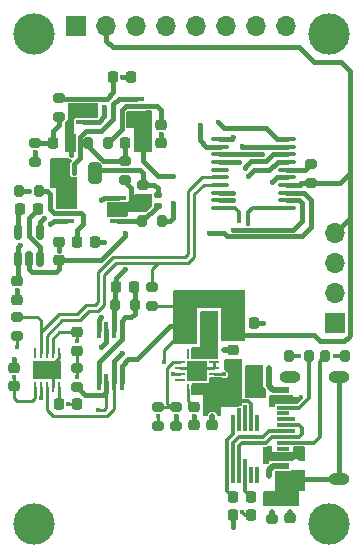
<source format=gbr>
%TF.GenerationSoftware,KiCad,Pcbnew,7.99.0-950-gc4668c1d3a*%
%TF.CreationDate,2023-05-05T13:14:56+08:00*%
%TF.ProjectId,HeartRateMonitor,48656172-7452-4617-9465-4d6f6e69746f,rev?*%
%TF.SameCoordinates,Original*%
%TF.FileFunction,Copper,L1,Top*%
%TF.FilePolarity,Positive*%
%FSLAX46Y46*%
G04 Gerber Fmt 4.6, Leading zero omitted, Abs format (unit mm)*
G04 Created by KiCad (PCBNEW 7.99.0-950-gc4668c1d3a) date 2023-05-05 13:14:56*
%MOMM*%
%LPD*%
G01*
G04 APERTURE LIST*
G04 Aperture macros list*
%AMRoundRect*
0 Rectangle with rounded corners*
0 $1 Rounding radius*
0 $2 $3 $4 $5 $6 $7 $8 $9 X,Y pos of 4 corners*
0 Add a 4 corners polygon primitive as box body*
4,1,4,$2,$3,$4,$5,$6,$7,$8,$9,$2,$3,0*
0 Add four circle primitives for the rounded corners*
1,1,$1+$1,$2,$3*
1,1,$1+$1,$4,$5*
1,1,$1+$1,$6,$7*
1,1,$1+$1,$8,$9*
0 Add four rect primitives between the rounded corners*
20,1,$1+$1,$2,$3,$4,$5,0*
20,1,$1+$1,$4,$5,$6,$7,0*
20,1,$1+$1,$6,$7,$8,$9,0*
20,1,$1+$1,$8,$9,$2,$3,0*%
G04 Aperture macros list end*
%TA.AperFunction,SMDPad,CuDef*%
%ADD10RoundRect,0.200000X-0.200000X-0.275000X0.200000X-0.275000X0.200000X0.275000X-0.200000X0.275000X0*%
%TD*%
%TA.AperFunction,SMDPad,CuDef*%
%ADD11RoundRect,0.200000X0.200000X0.275000X-0.200000X0.275000X-0.200000X-0.275000X0.200000X-0.275000X0*%
%TD*%
%TA.AperFunction,SMDPad,CuDef*%
%ADD12RoundRect,0.225000X0.225000X0.250000X-0.225000X0.250000X-0.225000X-0.250000X0.225000X-0.250000X0*%
%TD*%
%TA.AperFunction,SMDPad,CuDef*%
%ADD13RoundRect,0.225000X-0.225000X-0.250000X0.225000X-0.250000X0.225000X0.250000X-0.225000X0.250000X0*%
%TD*%
%TA.AperFunction,ComponentPad*%
%ADD14R,1.700000X1.700000*%
%TD*%
%TA.AperFunction,ComponentPad*%
%ADD15O,1.700000X1.700000*%
%TD*%
%TA.AperFunction,SMDPad,CuDef*%
%ADD16RoundRect,0.225000X-0.250000X0.225000X-0.250000X-0.225000X0.250000X-0.225000X0.250000X0.225000X0*%
%TD*%
%TA.AperFunction,SMDPad,CuDef*%
%ADD17RoundRect,0.225000X0.250000X-0.225000X0.250000X0.225000X-0.250000X0.225000X-0.250000X-0.225000X0*%
%TD*%
%TA.AperFunction,SMDPad,CuDef*%
%ADD18RoundRect,0.250000X-0.325000X-0.650000X0.325000X-0.650000X0.325000X0.650000X-0.325000X0.650000X0*%
%TD*%
%TA.AperFunction,SMDPad,CuDef*%
%ADD19RoundRect,0.200000X-0.275000X0.200000X-0.275000X-0.200000X0.275000X-0.200000X0.275000X0.200000X0*%
%TD*%
%TA.AperFunction,SMDPad,CuDef*%
%ADD20RoundRect,0.200000X0.275000X-0.200000X0.275000X0.200000X-0.275000X0.200000X-0.275000X-0.200000X0*%
%TD*%
%TA.AperFunction,SMDPad,CuDef*%
%ADD21RoundRect,0.140000X-0.170000X0.140000X-0.170000X-0.140000X0.170000X-0.140000X0.170000X0.140000X0*%
%TD*%
%TA.AperFunction,SMDPad,CuDef*%
%ADD22R,1.450000X0.450000*%
%TD*%
%TA.AperFunction,SMDPad,CuDef*%
%ADD23RoundRect,0.150000X0.150000X-0.512500X0.150000X0.512500X-0.150000X0.512500X-0.150000X-0.512500X0*%
%TD*%
%TA.AperFunction,SMDPad,CuDef*%
%ADD24RoundRect,0.250000X0.375000X0.850000X-0.375000X0.850000X-0.375000X-0.850000X0.375000X-0.850000X0*%
%TD*%
%TA.AperFunction,SMDPad,CuDef*%
%ADD25RoundRect,0.062500X-0.062500X0.350000X-0.062500X-0.350000X0.062500X-0.350000X0.062500X0.350000X0*%
%TD*%
%TA.AperFunction,SMDPad,CuDef*%
%ADD26RoundRect,0.062500X-0.350000X0.062500X-0.350000X-0.062500X0.350000X-0.062500X0.350000X0.062500X0*%
%TD*%
%TA.AperFunction,SMDPad,CuDef*%
%ADD27R,1.680000X1.680000*%
%TD*%
%TA.AperFunction,SMDPad,CuDef*%
%ADD28R,0.450000X1.450000*%
%TD*%
%TA.AperFunction,SMDPad,CuDef*%
%ADD29RoundRect,0.243750X0.243750X0.456250X-0.243750X0.456250X-0.243750X-0.456250X0.243750X-0.456250X0*%
%TD*%
%TA.AperFunction,ComponentPad*%
%ADD30C,3.500000*%
%TD*%
%TA.AperFunction,SMDPad,CuDef*%
%ADD31R,1.140460X0.500380*%
%TD*%
%TA.AperFunction,SMDPad,CuDef*%
%ADD32R,1.140460X0.299720*%
%TD*%
%TA.AperFunction,ComponentPad*%
%ADD33O,1.800860X1.000760*%
%TD*%
%TA.AperFunction,SMDPad,CuDef*%
%ADD34R,0.300000X1.400000*%
%TD*%
%TA.AperFunction,SMDPad,CuDef*%
%ADD35RoundRect,0.100000X0.637500X0.100000X-0.637500X0.100000X-0.637500X-0.100000X0.637500X-0.100000X0*%
%TD*%
%TA.AperFunction,SMDPad,CuDef*%
%ADD36RoundRect,0.062500X0.062500X-0.365000X0.062500X0.365000X-0.062500X0.365000X-0.062500X-0.365000X0*%
%TD*%
%TA.AperFunction,SMDPad,CuDef*%
%ADD37R,2.380000X1.640000*%
%TD*%
%TA.AperFunction,ViaPad*%
%ADD38C,0.400000*%
%TD*%
%TA.AperFunction,Conductor*%
%ADD39C,0.406400*%
%TD*%
%TA.AperFunction,Conductor*%
%ADD40C,0.508000*%
%TD*%
%TA.AperFunction,Conductor*%
%ADD41C,0.254000*%
%TD*%
%TA.AperFunction,Conductor*%
%ADD42C,0.304800*%
%TD*%
G04 APERTURE END LIST*
D10*
%TO.P,R17,1*%
%TO.N,Net-(C15-Pad1)*%
X107125000Y-111760000D03*
%TO.P,R17,2*%
%TO.N,Net-(U6A-+)*%
X108775000Y-111760000D03*
%TD*%
D11*
%TO.P,R2,1*%
%TO.N,Net-(J1-CC2)*%
X125793000Y-129794000D03*
%TO.P,R2,2*%
%TO.N,GND*%
X124143000Y-129794000D03*
%TD*%
D12*
%TO.P,C12,1*%
%TO.N,/AMP_PH*%
X107709000Y-120142000D03*
%TO.P,C12,2*%
%TO.N,Net-(U2A-+)*%
X106159000Y-120142000D03*
%TD*%
D13*
%TO.P,C9,1*%
%TO.N,Net-(U5-C1+)*%
X101333000Y-117348000D03*
%TO.P,C9,2*%
%TO.N,Net-(U5-C1-)*%
X102883000Y-117348000D03*
%TD*%
D14*
%TO.P,J2,1,Pin_1*%
%TO.N,GND*%
X128016000Y-126990000D03*
D15*
%TO.P,J2,2,Pin_2*%
%TO.N,Net-(J2-Pin_2)*%
X128016000Y-124450000D03*
%TO.P,J2,3,Pin_3*%
%TO.N,Net-(J2-Pin_3)*%
X128016000Y-121910000D03*
%TO.P,J2,4,Pin_4*%
%TO.N,+3V3*%
X128016000Y-119370000D03*
%TD*%
D16*
%TO.P,C14,1*%
%TO.N,Net-(U6A-+)*%
X113284000Y-110223000D03*
%TO.P,C14,2*%
%TO.N,GND*%
X113284000Y-111773000D03*
%TD*%
D17*
%TO.P,C10,1*%
%TO.N,+3V3*%
X104648000Y-121679000D03*
%TO.P,C10,2*%
%TO.N,GND*%
X104648000Y-120129000D03*
%TD*%
D13*
%TO.P,C17,1*%
%TO.N,Net-(C17-Pad1)*%
X104127000Y-111760000D03*
%TO.P,C17,2*%
%TO.N,/LOW_PH*%
X105677000Y-111760000D03*
%TD*%
D14*
%TO.P,J3,1,Pin_1*%
%TO.N,GND*%
X106110000Y-101854000D03*
D15*
%TO.P,J3,2,Pin_2*%
%TO.N,+3V3*%
X108650000Y-101854000D03*
%TO.P,J3,3,Pin_3*%
%TO.N,/SCR_SCK*%
X111190000Y-101854000D03*
%TO.P,J3,4,Pin_4*%
%TO.N,/SCR_DATA*%
X113730000Y-101854000D03*
%TO.P,J3,5,Pin_5*%
%TO.N,/SCR_DC*%
X116270000Y-101854000D03*
%TO.P,J3,6,Pin_6*%
%TO.N,/SCR_RES*%
X118810000Y-101854000D03*
%TO.P,J3,7,Pin_7*%
%TO.N,/SCR_CS*%
X121350000Y-101854000D03*
%TO.P,J3,8,Pin_8*%
%TO.N,/SCR_BLK*%
X123890000Y-101854000D03*
%TD*%
D18*
%TO.P,C21,1*%
%TO.N,Net-(U2A--)*%
X104697000Y-114300000D03*
%TO.P,C21,2*%
%TO.N,Net-(C21-Pad2)*%
X107647000Y-114300000D03*
%TD*%
D19*
%TO.P,R8,1*%
%TO.N,Net-(U4-NRST)*%
X125984000Y-113475000D03*
%TO.P,R8,2*%
%TO.N,+3V3*%
X125984000Y-115125000D03*
%TD*%
D20*
%TO.P,R19,1*%
%TO.N,Net-(C17-Pad1)*%
X104648000Y-109537000D03*
%TO.P,R19,2*%
%TO.N,Net-(U6B-+)*%
X104648000Y-107887000D03*
%TD*%
D16*
%TO.P,C1,1*%
%TO.N,Net-(J1-SHIELD)*%
X124206000Y-141973000D03*
%TO.P,C1,2*%
%TO.N,GND*%
X124206000Y-143523000D03*
%TD*%
D13*
%TO.P,C15,1*%
%TO.N,Net-(C15-Pad1)*%
X110223000Y-111760000D03*
%TO.P,C15,2*%
%TO.N,/HIGH_PH*%
X111773000Y-111760000D03*
%TD*%
%TO.P,C20,1*%
%TO.N,Net-(U9-EXT_CAP)*%
X104635000Y-133858000D03*
%TO.P,C20,2*%
%TO.N,GND*%
X106185000Y-133858000D03*
%TD*%
D21*
%TO.P,C22,1*%
%TO.N,Net-(C21-Pad2)*%
X113030000Y-116106000D03*
%TO.P,C22,2*%
%TO.N,Net-(U2B-+)*%
X113030000Y-117066000D03*
%TD*%
D20*
%TO.P,R16,1*%
%TO.N,Net-(U2B--)*%
X110236000Y-114871000D03*
%TO.P,R16,2*%
%TO.N,Net-(C15-Pad1)*%
X110236000Y-113221000D03*
%TD*%
D22*
%TO.P,U2,1*%
%TO.N,Net-(U2A--)*%
X105242000Y-116373000D03*
%TO.P,U2,2,-*%
X105242000Y-117023000D03*
%TO.P,U2,3,+*%
%TO.N,Net-(U2A-+)*%
X105242000Y-117673000D03*
%TO.P,U2,4,V-*%
%TO.N,-3V3*%
X105242000Y-118323000D03*
%TO.P,U2,5,+*%
%TO.N,Net-(U2B-+)*%
X109642000Y-118323000D03*
%TO.P,U2,6,-*%
%TO.N,Net-(U2B--)*%
X109642000Y-117673000D03*
%TO.P,U2,7*%
X109642000Y-117023000D03*
%TO.P,U2,8,V+*%
%TO.N,+3V3*%
X109642000Y-116373000D03*
%TD*%
D16*
%TO.P,C11,1*%
%TO.N,-3V3*%
X101092000Y-123444000D03*
%TO.P,C11,2*%
%TO.N,GND*%
X101092000Y-124994000D03*
%TD*%
D23*
%TO.P,U5,1,VOUT*%
%TO.N,-3V3*%
X101158000Y-121533500D03*
%TO.P,U5,2,VIN*%
%TO.N,+3V3*%
X102108000Y-121533500D03*
%TO.P,U5,3,C1-*%
%TO.N,Net-(U5-C1-)*%
X103058000Y-121533500D03*
%TO.P,U5,4,GND*%
%TO.N,GND*%
X103058000Y-119258500D03*
%TO.P,U5,5,C1+*%
%TO.N,Net-(U5-C1+)*%
X101158000Y-119258500D03*
%TD*%
D24*
%TO.P,L1,1*%
%TO.N,Net-(L1-Pad1)*%
X117407000Y-127254000D03*
%TO.P,L1,2*%
%TO.N,+3V3*%
X115257000Y-127254000D03*
%TD*%
D20*
%TO.P,R18,1*%
%TO.N,/HIGH_PH*%
X102616000Y-113347000D03*
%TO.P,R18,2*%
%TO.N,Net-(C17-Pad1)*%
X102616000Y-111697000D03*
%TD*%
D25*
%TO.P,U3,1,SW*%
%TO.N,Net-(L1-Pad1)*%
X117082000Y-129601500D03*
%TO.P,U3,2,SW*%
X116582000Y-129601500D03*
%TO.P,U3,3,SW*%
X116082000Y-129601500D03*
%TO.P,U3,4,PG*%
%TO.N,unconnected-(U3-PG-Pad4)*%
X115582000Y-129601500D03*
D26*
%TO.P,U3,5,FB*%
%TO.N,Net-(U3-FB)*%
X114869500Y-130314000D03*
%TO.P,U3,6,AGND*%
%TO.N,GND*%
X114869500Y-130814000D03*
%TO.P,U3,7,FSW*%
%TO.N,+3V3*%
X114869500Y-131314000D03*
%TO.P,U3,8,DEF*%
%TO.N,unconnected-(U3-DEF-Pad8)*%
X114869500Y-131814000D03*
D25*
%TO.P,U3,9,SS*%
%TO.N,Net-(U3-SS)*%
X115582000Y-132526500D03*
%TO.P,U3,10,AVIN*%
%TO.N,+5V*%
X116082000Y-132526500D03*
%TO.P,U3,11,PVIN*%
X116582000Y-132526500D03*
%TO.P,U3,12,PVIN*%
X117082000Y-132526500D03*
D26*
%TO.P,U3,13,EN*%
X117794500Y-131814000D03*
%TO.P,U3,14,VOS*%
%TO.N,+3V3*%
X117794500Y-131314000D03*
%TO.P,U3,15,PGND*%
%TO.N,GND*%
X117794500Y-130814000D03*
%TO.P,U3,16,PGND*%
X117794500Y-130314000D03*
D27*
%TO.P,U3,17,PGND*%
X116332000Y-131064000D03*
%TD*%
D28*
%TO.P,U11,1*%
%TO.N,/RAW_PH*%
X109941000Y-127594000D03*
%TO.P,U11,2,-*%
%TO.N,Net-(D1-K)*%
X109291000Y-127594000D03*
%TO.P,U11,3,+*%
%TO.N,GND*%
X108641000Y-127594000D03*
%TO.P,U11,4,V-*%
%TO.N,-3V3*%
X107991000Y-127594000D03*
%TO.P,U11,5,+*%
%TO.N,/RAW_PH*%
X107991000Y-131994000D03*
%TO.P,U11,6,-*%
%TO.N,/DIGIPOT_A*%
X108641000Y-131994000D03*
%TO.P,U11,7*%
%TO.N,/AMP_PH*%
X109291000Y-131994000D03*
%TO.P,U11,8,V+*%
%TO.N,+3V3*%
X109941000Y-131994000D03*
%TD*%
D10*
%TO.P,R25,1*%
%TO.N,Net-(U2B-+)*%
X111697000Y-118364000D03*
%TO.P,R25,2*%
%TO.N,GND*%
X113347000Y-118364000D03*
%TD*%
D13*
%TO.P,C7,1*%
%TO.N,+3V3*%
X119621000Y-127000000D03*
%TO.P,C7,2*%
%TO.N,GND*%
X121171000Y-127000000D03*
%TD*%
D19*
%TO.P,R4,1*%
%TO.N,Net-(U3-FB)*%
X113030000Y-134049000D03*
%TO.P,R4,2*%
%TO.N,+3V3*%
X113030000Y-135699000D03*
%TD*%
D17*
%TO.P,C5,1*%
%TO.N,+5V*%
X119380000Y-130823000D03*
%TO.P,C5,2*%
%TO.N,GND*%
X119380000Y-129273000D03*
%TD*%
%TO.P,C18,1*%
%TO.N,GND*%
X106172000Y-129312000D03*
%TO.P,C18,2*%
%TO.N,+3V3*%
X106172000Y-127762000D03*
%TD*%
D10*
%TO.P,R13,1*%
%TO.N,Net-(D1-K)*%
X109411000Y-125476000D03*
%TO.P,R13,2*%
%TO.N,/RAW_PH*%
X111061000Y-125476000D03*
%TD*%
D29*
%TO.P,F1,1*%
%TO.N,Net-(F1-Pad1)*%
X121333500Y-132588000D03*
%TO.P,F1,2*%
%TO.N,+5V*%
X119458500Y-132588000D03*
%TD*%
D13*
%TO.P,C16,1*%
%TO.N,Net-(U6B-+)*%
X109207000Y-106172000D03*
%TO.P,C16,2*%
%TO.N,GND*%
X110757000Y-106172000D03*
%TD*%
D30*
%TO.P,REF\u002A\u002A,1*%
%TO.N,N/C*%
X127500000Y-102500000D03*
%TD*%
D31*
%TO.P,J1,A1,GND*%
%TO.N,GND*%
X123601480Y-139090400D03*
%TO.P,J1,A4,VBUS*%
%TO.N,Net-(F1-Pad1)*%
X123601480Y-138290300D03*
D32*
%TO.P,J1,A5,CC1*%
%TO.N,Net-(J1-CC1)*%
X123601480Y-137139680D03*
%TO.P,J1,A6,D+*%
%TO.N,Net-(U1-UD+)*%
X123601480Y-136138920D03*
%TO.P,J1,A7,D-*%
%TO.N,Net-(U1-UD-)*%
X123601480Y-135641080D03*
%TO.P,J1,A8,SBU1*%
%TO.N,unconnected-(J1-SBU1-PadA8)*%
X123598940Y-134640320D03*
D31*
%TO.P,J1,A9,VBUS*%
%TO.N,Net-(F1-Pad1)*%
X123601480Y-133489700D03*
%TO.P,J1,A12,GND*%
%TO.N,GND*%
X123601480Y-132689600D03*
D32*
%TO.P,J1,B5,CC2*%
%TO.N,Net-(J1-CC2)*%
X123601480Y-134139940D03*
%TO.P,J1,B6,D+*%
%TO.N,Net-(U1-UD+)*%
X123601480Y-135140700D03*
%TO.P,J1,B7,D-*%
%TO.N,Net-(U1-UD-)*%
X123601480Y-136639300D03*
%TO.P,J1,B8,SBU2*%
%TO.N,unconnected-(J1-SBU2-PadB8)*%
X123598940Y-137640060D03*
D33*
%TO.P,J1,S1,SHIELD*%
%TO.N,Net-(J1-SHIELD)*%
X124167900Y-140210540D03*
X128369060Y-140210540D03*
X124167900Y-131569460D03*
X128369060Y-131569460D03*
%TD*%
D30*
%TO.P,REF\u002A\u002A,1*%
%TO.N,N/C*%
X102500000Y-144000000D03*
%TD*%
D13*
%TO.P,C8,1*%
%TO.N,Net-(D1-K)*%
X109461000Y-123952000D03*
%TO.P,C8,2*%
%TO.N,/RAW_PH*%
X111011000Y-123952000D03*
%TD*%
D19*
%TO.P,R22,1*%
%TO.N,GND*%
X106172000Y-130747000D03*
%TO.P,R22,2*%
%TO.N,/DIGIPOT_A*%
X106172000Y-132397000D03*
%TD*%
D34*
%TO.P,U1,1,UD+*%
%TO.N,Net-(U1-UD+)*%
X119396000Y-139868000D03*
%TO.P,U1,2,UD-*%
%TO.N,Net-(U1-UD-)*%
X119896000Y-139868000D03*
%TO.P,U1,3,GND*%
%TO.N,GND*%
X120396000Y-139868000D03*
%TO.P,U1,4,~{RTS}*%
%TO.N,unconnected-(U1-~{RTS}-Pad4)*%
X120896000Y-139868000D03*
%TO.P,U1,5,~{CTS}*%
%TO.N,unconnected-(U1-~{CTS}-Pad5)*%
X121396000Y-139868000D03*
%TO.P,U1,6,TNOW*%
%TO.N,unconnected-(U1-TNOW-Pad6)*%
X121396000Y-135468000D03*
%TO.P,U1,7,VCC*%
%TO.N,+5V*%
X120896000Y-135468000D03*
%TO.P,U1,8,TXD*%
%TO.N,/MCU_RX*%
X120396000Y-135468000D03*
%TO.P,U1,9,RXD*%
%TO.N,/MCU_TX*%
X119896000Y-135468000D03*
%TO.P,U1,10,V3*%
%TO.N,Net-(U1-V3)*%
X119396000Y-135468000D03*
%TD*%
D19*
%TO.P,R20,1*%
%TO.N,/DIGIPOT_SCL*%
X101092000Y-126429000D03*
%TO.P,R20,2*%
%TO.N,+3V3*%
X101092000Y-128079000D03*
%TD*%
D35*
%TO.P,U4,1,PB7/PB8*%
%TO.N,/MCU_RX*%
X123952000Y-117236000D03*
%TO.P,U4,2,PC14/PB9*%
%TO.N,Net-(D2-K)*%
X123952000Y-116586000D03*
%TO.P,U4,3,PC15*%
%TO.N,Net-(D3-K)*%
X123952000Y-115936000D03*
%TO.P,U4,4,VDD*%
%TO.N,+3V3*%
X123952000Y-115286000D03*
%TO.P,U4,5,VSS*%
%TO.N,GND*%
X123952000Y-114636000D03*
%TO.P,U4,6,NRST*%
%TO.N,Net-(U4-NRST)*%
X123952000Y-113986000D03*
%TO.P,U4,7,PA0*%
%TO.N,/HIGH_PH*%
X123952000Y-113336000D03*
%TO.P,U4,8,PA1*%
%TO.N,/LOW_PH*%
X123952000Y-112686000D03*
%TO.P,U4,9,PA2*%
%TO.N,/SCR_DATA*%
X123952000Y-112036000D03*
%TO.P,U4,10,PA3*%
%TO.N,/SCR_DC*%
X123952000Y-111386000D03*
%TO.P,U4,11,PA4*%
%TO.N,/SCR_RES*%
X118227000Y-111386000D03*
%TO.P,U4,12,PA5*%
%TO.N,/SCR_SCK*%
X118227000Y-112036000D03*
%TO.P,U4,13,PA6*%
%TO.N,/SCR_BLK*%
X118227000Y-112686000D03*
%TO.P,U4,14,PA7*%
%TO.N,/SCR_CS*%
X118227000Y-113336000D03*
%TO.P,U4,15,PB0/PB1/PB2/PA8*%
%TO.N,unconnected-(U4-PB0{slash}PB1{slash}PB2{slash}PA8-Pad15)*%
X118227000Y-113986000D03*
%TO.P,U4,16,PA11/PA9*%
%TO.N,/DIGIPOT_SCL*%
X118227000Y-114636000D03*
%TO.P,U4,17,PA12/PA10*%
%TO.N,/DIGIPOT_SDA*%
X118227000Y-115286000D03*
%TO.P,U4,18,PA13*%
%TO.N,Net-(J2-Pin_3)*%
X118227000Y-115936000D03*
%TO.P,U4,19,PA14/PA15*%
%TO.N,Net-(J2-Pin_2)*%
X118227000Y-116586000D03*
%TO.P,U4,20,PB3/PB4/PB5/PB6*%
%TO.N,/MCU_TX*%
X118227000Y-117236000D03*
%TD*%
D30*
%TO.P,REF\u002A\u002A,1*%
%TO.N,N/C*%
X102500000Y-102500000D03*
%TD*%
D10*
%TO.P,R1,1*%
%TO.N,Net-(J1-CC1)*%
X127191000Y-129794000D03*
%TO.P,R1,2*%
%TO.N,GND*%
X128841000Y-129794000D03*
%TD*%
D16*
%TO.P,C4,1*%
%TO.N,+5V*%
X117602000Y-134099000D03*
%TO.P,C4,2*%
%TO.N,GND*%
X117602000Y-135649000D03*
%TD*%
D20*
%TO.P,R3,1*%
%TO.N,GND*%
X122682000Y-143573000D03*
%TO.P,R3,2*%
%TO.N,Net-(J1-SHIELD)*%
X122682000Y-141923000D03*
%TD*%
D11*
%TO.P,R14,1*%
%TO.N,Net-(U2A-+)*%
X102933000Y-115824000D03*
%TO.P,R14,2*%
%TO.N,GND*%
X101283000Y-115824000D03*
%TD*%
D13*
%TO.P,C3,1*%
%TO.N,Net-(U1-V3)*%
X119367000Y-141732000D03*
%TO.P,C3,2*%
%TO.N,GND*%
X120917000Y-141732000D03*
%TD*%
D12*
%TO.P,C2,1*%
%TO.N,+5V*%
X120917000Y-143256000D03*
%TO.P,C2,2*%
%TO.N,GND*%
X119367000Y-143256000D03*
%TD*%
D36*
%TO.P,U9,1,VDD*%
%TO.N,+3V3*%
X102604000Y-132413500D03*
%TO.P,U9,2,A*%
%TO.N,/DIGIPOT_A*%
X103104000Y-132413500D03*
%TO.P,U9,3,W*%
%TO.N,/AMP_PH*%
X103604000Y-132413500D03*
%TO.P,U9,4,VSS*%
%TO.N,GND*%
X104104000Y-132413500D03*
%TO.P,U9,5,EXT_CAP*%
%TO.N,Net-(U9-EXT_CAP)*%
X104604000Y-132413500D03*
%TO.P,U9,6,GND*%
%TO.N,GND*%
X104604000Y-129518500D03*
%TO.P,U9,7,~{RESET}*%
%TO.N,+3V3*%
X104104000Y-129518500D03*
%TO.P,U9,8,SDA*%
%TO.N,/DIGIPOT_SDA*%
X103604000Y-129518500D03*
%TO.P,U9,9,SCL*%
%TO.N,/DIGIPOT_SCL*%
X103104000Y-129518500D03*
%TO.P,U9,10,ADDR*%
%TO.N,unconnected-(U9-ADDR-Pad10)*%
X102604000Y-129518500D03*
D37*
%TO.P,U9,11,VSS*%
%TO.N,GND*%
X103604000Y-130966000D03*
%TD*%
D19*
%TO.P,R21,1*%
%TO.N,/DIGIPOT_SDA*%
X112522000Y-123889000D03*
%TO.P,R21,2*%
%TO.N,+3V3*%
X112522000Y-125539000D03*
%TD*%
D20*
%TO.P,R5,1*%
%TO.N,GND*%
X114554000Y-135699000D03*
%TO.P,R5,2*%
%TO.N,Net-(U3-FB)*%
X114554000Y-134049000D03*
%TD*%
D30*
%TO.P,REF\u002A\u002A,1*%
%TO.N,N/C*%
X127500000Y-144000000D03*
%TD*%
D19*
%TO.P,R26,1*%
%TO.N,Net-(C21-Pad2)*%
X111760000Y-115253000D03*
%TO.P,R26,2*%
%TO.N,Net-(U2B--)*%
X111760000Y-116903000D03*
%TD*%
D16*
%TO.P,C19,1*%
%TO.N,GND*%
X100838000Y-130797000D03*
%TO.P,C19,2*%
%TO.N,+3V3*%
X100838000Y-132347000D03*
%TD*%
D22*
%TO.P,U6,1*%
%TO.N,/HIGH_PH*%
X111166000Y-109941000D03*
%TO.P,U6,2,-*%
X111166000Y-109291000D03*
%TO.P,U6,3,+*%
%TO.N,Net-(U6A-+)*%
X111166000Y-108641000D03*
%TO.P,U6,4,V-*%
%TO.N,-3V3*%
X111166000Y-107991000D03*
%TO.P,U6,5,+*%
%TO.N,Net-(U6B-+)*%
X106766000Y-107991000D03*
%TO.P,U6,6,-*%
%TO.N,/LOW_PH*%
X106766000Y-108641000D03*
%TO.P,U6,7*%
X106766000Y-109291000D03*
%TO.P,U6,8,V+*%
%TO.N,+3V3*%
X106766000Y-109941000D03*
%TD*%
D16*
%TO.P,C6,1*%
%TO.N,Net-(U3-SS)*%
X116078000Y-134099000D03*
%TO.P,C6,2*%
%TO.N,GND*%
X116078000Y-135649000D03*
%TD*%
D38*
%TO.N,GND*%
X105410000Y-133858000D03*
X114554000Y-134874000D03*
X113284000Y-110998000D03*
X103632000Y-131064000D03*
X108204000Y-129032000D03*
X124206000Y-143002000D03*
X122428000Y-139446000D03*
X101092000Y-124206000D03*
X122428000Y-139954000D03*
X103378000Y-118110000D03*
X120396000Y-138684000D03*
X122682000Y-143002000D03*
X104648000Y-120904000D03*
X102108000Y-115824000D03*
X109982000Y-106172000D03*
X106172000Y-131572000D03*
X122682000Y-115062000D03*
X116078000Y-134874000D03*
X128016000Y-129794000D03*
X124968000Y-129794000D03*
X122428000Y-130810000D03*
X100838000Y-130048000D03*
X122428000Y-131318000D03*
X117602000Y-134874000D03*
X121920000Y-127000000D03*
X119380000Y-144272000D03*
X114300000Y-116840000D03*
X118618000Y-129286000D03*
X116332000Y-131064000D03*
%TO.N,+3V3*%
X106172000Y-128524000D03*
X113538000Y-130302000D03*
X113030000Y-134874000D03*
X110236000Y-119380000D03*
X101092000Y-129032000D03*
X100838000Y-131572000D03*
X108458000Y-108712000D03*
X114808000Y-128016000D03*
X114808000Y-124714000D03*
X108204000Y-116586000D03*
X114245500Y-131318000D03*
X109220000Y-103632000D03*
X118618000Y-131318000D03*
%TO.N,/SCR_SCK*%
X116586000Y-110236000D03*
%TO.N,/SCR_DATA*%
X120142000Y-112014000D03*
%TO.N,/SCR_BLK*%
X121830000Y-112686000D03*
%TO.N,Net-(D1-K)*%
X110236000Y-122428000D03*
%TO.N,Net-(F1-Pad1)*%
X121666000Y-131318000D03*
X120650000Y-131318000D03*
X124460000Y-133604000D03*
X124968000Y-138176000D03*
X124460000Y-138176000D03*
X122174000Y-138684000D03*
X121158000Y-130810000D03*
X122682000Y-133858000D03*
X120650000Y-130810000D03*
X122682000Y-138176000D03*
X121666000Y-130810000D03*
X121158000Y-131318000D03*
X122174000Y-138176000D03*
X122682000Y-133350000D03*
X124968000Y-137668000D03*
X122174000Y-137668000D03*
%TO.N,Net-(U1-UD+)*%
X124460000Y-136144000D03*
X124460000Y-135128000D03*
%TO.N,Net-(J2-Pin_3)*%
X119380000Y-115936000D03*
%TO.N,Net-(J2-Pin_2)*%
X119380000Y-116586000D03*
%TO.N,Net-(D3-K)*%
X117348000Y-119380000D03*
%TO.N,Net-(D2-K)*%
X119380000Y-119126000D03*
%TO.N,/SCR_RES*%
X119380000Y-111252000D03*
%TO.N,/SCR_DC*%
X118110000Y-109982000D03*
%TO.N,/SCR_CS*%
X119888000Y-113336000D03*
%TO.N,/MCU_TX*%
X119888000Y-134366000D03*
X119888000Y-118364000D03*
%TO.N,/MCU_RX*%
X120650000Y-118618000D03*
X120396000Y-134112000D03*
%TO.N,/LOW_PH*%
X105677000Y-112776000D03*
X120396000Y-113865700D03*
%TO.N,/HIGH_PH*%
X102616000Y-112522000D03*
X120650000Y-114554000D03*
X114300000Y-114554000D03*
X112014000Y-110744000D03*
%TO.N,/DIGIPOT_A*%
X107950000Y-134366000D03*
X103124000Y-133350000D03*
%TO.N,/AMP_PH*%
X109982000Y-129540000D03*
X108458000Y-120142000D03*
%TO.N,-3V3*%
X101346000Y-120396000D03*
X108204000Y-126492000D03*
X103886000Y-118618000D03*
X105918000Y-114300000D03*
%TO.N,+5V*%
X120896000Y-134366000D03*
X120142000Y-143002000D03*
%TD*%
D39*
%TO.N,GND*%
X101283000Y-115824000D02*
X102108000Y-115824000D01*
X101092000Y-124994000D02*
X101092000Y-124206000D01*
X119367000Y-144259000D02*
X119380000Y-144272000D01*
D40*
X117602000Y-135649000D02*
X117602000Y-134874000D01*
X122783600Y-132689600D02*
X122428000Y-132334000D01*
X122428000Y-139446000D02*
X122428000Y-139954000D01*
D41*
X114869500Y-130814000D02*
X116082000Y-130814000D01*
D40*
X122428000Y-131318000D02*
X122428000Y-130810000D01*
D41*
X106172000Y-129312000D02*
X106172000Y-130747000D01*
D39*
X122682000Y-115062000D02*
X123108000Y-114636000D01*
D41*
X116582000Y-130814000D02*
X116332000Y-131064000D01*
D39*
X119367000Y-143256000D02*
X119367000Y-144259000D01*
X114046000Y-118364000D02*
X114300000Y-118110000D01*
D41*
X104604000Y-129518500D02*
X104604000Y-129966000D01*
X106185000Y-133858000D02*
X105410000Y-133858000D01*
D40*
X119380000Y-129273000D02*
X118631000Y-129273000D01*
D39*
X114300000Y-118110000D02*
X114300000Y-116840000D01*
D41*
X104104000Y-132413500D02*
X104104000Y-131466000D01*
D42*
X120396000Y-139868000D02*
X120396000Y-141211000D01*
D39*
X123108000Y-114636000D02*
X123952000Y-114636000D01*
D41*
X103632000Y-130994000D02*
X103604000Y-130966000D01*
D40*
X123601480Y-132689600D02*
X122783600Y-132689600D01*
D41*
X103702000Y-131064000D02*
X103632000Y-131064000D01*
D39*
X103058000Y-118430000D02*
X103378000Y-118110000D01*
D42*
X120396000Y-139868000D02*
X120396000Y-138684000D01*
D40*
X124206000Y-143523000D02*
X124206000Y-143002000D01*
D42*
X128841000Y-129794000D02*
X128016000Y-129794000D01*
D41*
X117794500Y-130314000D02*
X117794500Y-130814000D01*
D40*
X122682000Y-143573000D02*
X122682000Y-143002000D01*
D39*
X114554000Y-135699000D02*
X114554000Y-134874000D01*
X121171000Y-127000000D02*
X121920000Y-127000000D01*
D41*
X116082000Y-130814000D02*
X116332000Y-131064000D01*
D40*
X122428000Y-132334000D02*
X122428000Y-131318000D01*
D42*
X124143000Y-129794000D02*
X124968000Y-129794000D01*
D41*
X104104000Y-131466000D02*
X103702000Y-131064000D01*
D39*
X113347000Y-118364000D02*
X114046000Y-118364000D01*
X100838000Y-130797000D02*
X100838000Y-130048000D01*
X116078000Y-135649000D02*
X116078000Y-134874000D01*
D42*
X120396000Y-141211000D02*
X120917000Y-141732000D01*
D41*
X103632000Y-131064000D02*
X103632000Y-130994000D01*
X117794500Y-130814000D02*
X116582000Y-130814000D01*
X104604000Y-129966000D02*
X103604000Y-130966000D01*
D40*
X123601480Y-139090400D02*
X122783600Y-139090400D01*
D41*
X106172000Y-130747000D02*
X106172000Y-131572000D01*
D39*
X108641000Y-128595000D02*
X108641000Y-127594000D01*
X113284000Y-111773000D02*
X113284000Y-110998000D01*
X104648000Y-120129000D02*
X104648000Y-120904000D01*
D40*
X122783600Y-139090400D02*
X122428000Y-139446000D01*
X118631000Y-129273000D02*
X118618000Y-129286000D01*
D39*
X110757000Y-106172000D02*
X109982000Y-106172000D01*
X108204000Y-129032000D02*
X108641000Y-128595000D01*
X103058000Y-119258500D02*
X103058000Y-118430000D01*
%TO.N,+3V3*%
X129286000Y-115062000D02*
X129286000Y-114300000D01*
D41*
X113538000Y-129286000D02*
X114300000Y-128524000D01*
D39*
X114046000Y-127254000D02*
X111252000Y-130048000D01*
X110236000Y-119634000D02*
X108191000Y-121679000D01*
X125984000Y-115125000D02*
X125159000Y-115125000D01*
X126746000Y-128524000D02*
X128778000Y-128524000D01*
X108458000Y-109474000D02*
X108458000Y-108712000D01*
D41*
X102604000Y-132413500D02*
X102604000Y-133362000D01*
D39*
X110490000Y-130048000D02*
X109941000Y-130597000D01*
D41*
X104104000Y-129518500D02*
X104104000Y-128306000D01*
X112522000Y-125539000D02*
X114491000Y-125539000D01*
D39*
X111252000Y-130048000D02*
X110490000Y-130048000D01*
X128461000Y-115125000D02*
X129286000Y-114300000D01*
D41*
X118614000Y-131314000D02*
X118618000Y-131318000D01*
D39*
X129276000Y-118110000D02*
X128016000Y-119370000D01*
X125984000Y-115125000D02*
X128461000Y-115125000D01*
X109220000Y-103632000D02*
X124968000Y-103632000D01*
X108191000Y-121679000D02*
X104648000Y-121679000D01*
X128778000Y-128524000D02*
X129159000Y-128143000D01*
X126238000Y-128016000D02*
X126746000Y-128524000D01*
D41*
X102362000Y-133604000D02*
X101092000Y-133604000D01*
X106172000Y-127762000D02*
X106172000Y-128524000D01*
D39*
X104648000Y-121679000D02*
X104648000Y-122428000D01*
D41*
X113030000Y-135699000D02*
X113030000Y-134874000D01*
D39*
X121412000Y-128016000D02*
X126238000Y-128016000D01*
D41*
X114491000Y-125539000D02*
X114554000Y-125476000D01*
D39*
X123952000Y-115286000D02*
X124998000Y-115286000D01*
X129286000Y-118110000D02*
X129276000Y-118110000D01*
X107991000Y-109941000D02*
X108458000Y-109474000D01*
D41*
X114869500Y-131314000D02*
X114249500Y-131314000D01*
D39*
X126238000Y-104902000D02*
X128524000Y-104902000D01*
X102362000Y-122682000D02*
X102108000Y-122428000D01*
D41*
X100838000Y-133350000D02*
X100838000Y-132347000D01*
D39*
X128524000Y-104902000D02*
X129286000Y-105664000D01*
X110236000Y-119380000D02*
X110236000Y-119634000D01*
D41*
X114300000Y-128524000D02*
X114554000Y-128524000D01*
D39*
X109941000Y-130597000D02*
X109941000Y-131994000D01*
X108417000Y-116373000D02*
X108204000Y-116586000D01*
X125159000Y-115125000D02*
X124998000Y-115286000D01*
D41*
X101092000Y-128079000D02*
X101092000Y-129032000D01*
D39*
X124968000Y-103632000D02*
X126238000Y-104902000D01*
D41*
X104104000Y-128306000D02*
X104648000Y-127762000D01*
D39*
X106766000Y-109941000D02*
X107991000Y-109941000D01*
D41*
X100838000Y-132347000D02*
X100838000Y-131572000D01*
X106172000Y-127762000D02*
X104648000Y-127762000D01*
D39*
X109220000Y-103632000D02*
X108650000Y-103062000D01*
X129286000Y-126492000D02*
X129286000Y-118110000D01*
X129286000Y-128016000D02*
X129286000Y-126492000D01*
D41*
X102604000Y-133362000D02*
X102362000Y-133604000D01*
D39*
X102108000Y-122428000D02*
X102108000Y-121533500D01*
D41*
X113538000Y-130302000D02*
X113538000Y-129286000D01*
D39*
X115257000Y-127254000D02*
X114046000Y-127254000D01*
X108650000Y-103062000D02*
X108650000Y-101854000D01*
X104394000Y-122682000D02*
X102362000Y-122682000D01*
X129286000Y-105664000D02*
X129286000Y-114300000D01*
X109642000Y-116373000D02*
X108417000Y-116373000D01*
X129159000Y-128143000D02*
X129286000Y-128016000D01*
D41*
X117794500Y-131314000D02*
X118614000Y-131314000D01*
D39*
X129286000Y-118110000D02*
X129286000Y-115062000D01*
D41*
X114249500Y-131314000D02*
X114245500Y-131318000D01*
D39*
X119634000Y-128016000D02*
X121412000Y-128016000D01*
D41*
X101092000Y-133604000D02*
X100838000Y-133350000D01*
D39*
X104648000Y-122428000D02*
X104394000Y-122682000D01*
%TO.N,/SCR_SCK*%
X116586000Y-110236000D02*
X116586000Y-111506000D01*
X116586000Y-111506000D02*
X117116000Y-112036000D01*
X117116000Y-112036000D02*
X118227000Y-112036000D01*
%TO.N,/SCR_DATA*%
X123952000Y-112036000D02*
X120164000Y-112036000D01*
X120164000Y-112036000D02*
X120142000Y-112014000D01*
%TO.N,Net-(C21-Pad2)*%
X111506000Y-114046000D02*
X107901000Y-114046000D01*
X107901000Y-114046000D02*
X107647000Y-114300000D01*
X112713000Y-115253000D02*
X111760000Y-115253000D01*
X111760000Y-115253000D02*
X111760000Y-114300000D01*
X113030000Y-115570000D02*
X112713000Y-115253000D01*
X111760000Y-114300000D02*
X111506000Y-114046000D01*
X113030000Y-116106000D02*
X113030000Y-115570000D01*
%TO.N,Net-(U2B-+)*%
X111656000Y-118323000D02*
X111697000Y-118364000D01*
X109642000Y-118323000D02*
X111656000Y-118323000D01*
X112995000Y-117066000D02*
X111697000Y-118364000D01*
X113030000Y-117066000D02*
X112995000Y-117066000D01*
%TO.N,/SCR_BLK*%
X121830000Y-112686000D02*
X118227000Y-112686000D01*
%TO.N,Net-(J1-SHIELD)*%
X128369060Y-140210540D02*
X128369060Y-131569460D01*
X124167900Y-140210540D02*
X128369060Y-140210540D01*
%TO.N,Net-(D1-K)*%
X109411000Y-125476000D02*
X109411000Y-124002000D01*
X110236000Y-122428000D02*
X109461000Y-123203000D01*
X109411000Y-124002000D02*
X109461000Y-123952000D01*
X109461000Y-123203000D02*
X109461000Y-123952000D01*
X109291000Y-125596000D02*
X109411000Y-125476000D01*
X109291000Y-127594000D02*
X109291000Y-125596000D01*
D41*
%TO.N,Net-(U9-EXT_CAP)*%
X104604000Y-132413500D02*
X104604000Y-133827000D01*
X104604000Y-133827000D02*
X104635000Y-133858000D01*
D39*
%TO.N,Net-(U5-C1-)*%
X103058000Y-120584000D02*
X102108000Y-119634000D01*
X102108000Y-118123000D02*
X102883000Y-117348000D01*
X102108000Y-119634000D02*
X102108000Y-118123000D01*
X103058000Y-121533500D02*
X103058000Y-120584000D01*
%TO.N,Net-(U5-C1+)*%
X101158000Y-117523000D02*
X101333000Y-117348000D01*
X101158000Y-119258500D02*
X101158000Y-117523000D01*
%TO.N,Net-(U4-NRST)*%
X123952000Y-113986000D02*
X125473000Y-113986000D01*
X125473000Y-113986000D02*
X125984000Y-113475000D01*
D41*
%TO.N,Net-(U3-SS)*%
X115582000Y-132526500D02*
X115582000Y-133603000D01*
X115582000Y-133603000D02*
X116078000Y-134099000D01*
%TO.N,Net-(U3-FB)*%
X114046000Y-134049000D02*
X113792000Y-133795000D01*
X113792000Y-133795000D02*
X113792000Y-130810000D01*
X114288000Y-130314000D02*
X114869500Y-130314000D01*
X114554000Y-134049000D02*
X113030000Y-134049000D01*
X113792000Y-130810000D02*
X114288000Y-130314000D01*
X114554000Y-134049000D02*
X114046000Y-134049000D01*
D42*
%TO.N,Net-(J1-CC1)*%
X126746000Y-136652000D02*
X126746000Y-130239000D01*
X126746000Y-130239000D02*
X127191000Y-129794000D01*
X126258320Y-137139680D02*
X126746000Y-136652000D01*
X123601480Y-137139680D02*
X126258320Y-137139680D01*
%TO.N,Net-(U1-UD+)*%
X123601480Y-136138920D02*
X124454920Y-136138920D01*
X123601480Y-135140700D02*
X124447300Y-135140700D01*
X122433080Y-136138920D02*
X123601480Y-136138920D01*
X124454920Y-136138920D02*
X124460000Y-136144000D01*
X119888000Y-136652000D02*
X121920000Y-136652000D01*
X121920000Y-136652000D02*
X122433080Y-136138920D01*
X124447300Y-135140700D02*
X124460000Y-135128000D01*
X119396000Y-137144000D02*
X119888000Y-136652000D01*
X119396000Y-139868000D02*
X119396000Y-137144000D01*
%TO.N,Net-(U1-UD-)*%
X125222000Y-136398000D02*
X124980700Y-136639300D01*
X123601480Y-135641080D02*
X124973080Y-135641080D01*
X124973080Y-135641080D02*
X125222000Y-135890000D01*
X119896000Y-137406000D02*
X120142000Y-137160000D01*
X124980700Y-136639300D02*
X123601480Y-136639300D01*
X119896000Y-139868000D02*
X119896000Y-137406000D01*
X120142000Y-137160000D02*
X122174000Y-137160000D01*
X122694700Y-136639300D02*
X123601480Y-136639300D01*
X125222000Y-135890000D02*
X125222000Y-136398000D01*
X122174000Y-137160000D02*
X122694700Y-136639300D01*
%TO.N,Net-(J1-CC2)*%
X125793000Y-129794000D02*
X125793000Y-133287000D01*
X125793000Y-133287000D02*
X124940060Y-134139940D01*
X124940060Y-134139940D02*
X123601480Y-134139940D01*
%TO.N,Net-(U1-V3)*%
X118872000Y-141237000D02*
X119367000Y-141732000D01*
X119396000Y-135468000D02*
X119396000Y-136382000D01*
X118872000Y-136906000D02*
X118872000Y-141237000D01*
X119396000Y-136382000D02*
X118872000Y-136906000D01*
D39*
%TO.N,Net-(J2-Pin_3)*%
X119380000Y-115936000D02*
X118227000Y-115936000D01*
%TO.N,Net-(J2-Pin_2)*%
X118227000Y-116586000D02*
X119380000Y-116586000D01*
%TO.N,Net-(D3-K)*%
X117348000Y-119380000D02*
X118618000Y-119380000D01*
X118618000Y-119380000D02*
X118872000Y-119634000D01*
X125984000Y-118872000D02*
X125984000Y-116586000D01*
X125222000Y-119634000D02*
X125984000Y-118872000D01*
X125334000Y-115936000D02*
X123952000Y-115936000D01*
X118872000Y-119634000D02*
X125222000Y-119634000D01*
X125984000Y-116586000D02*
X125334000Y-115936000D01*
%TO.N,Net-(D2-K)*%
X119380000Y-119126000D02*
X124460000Y-119126000D01*
X124968000Y-116586000D02*
X123952000Y-116586000D01*
X125222000Y-118364000D02*
X125222000Y-116840000D01*
X125222000Y-116840000D02*
X124968000Y-116586000D01*
X124460000Y-119126000D02*
X125222000Y-118364000D01*
%TO.N,Net-(C17-Pad1)*%
X104127000Y-110757000D02*
X104127000Y-111760000D01*
X104648000Y-109537000D02*
X104648000Y-110236000D01*
X102679000Y-111760000D02*
X102616000Y-111697000D01*
X104127000Y-111760000D02*
X102679000Y-111760000D01*
X104648000Y-110236000D02*
X104127000Y-110757000D01*
%TO.N,Net-(C15-Pad1)*%
X108395000Y-113221000D02*
X107125000Y-111951000D01*
X110236000Y-113221000D02*
X108395000Y-113221000D01*
X107125000Y-111951000D02*
X107125000Y-111760000D01*
X110223000Y-111760000D02*
X110223000Y-113208000D01*
X110223000Y-113208000D02*
X110236000Y-113221000D01*
%TO.N,/SCR_RES*%
X119246000Y-111386000D02*
X119380000Y-111252000D01*
X118227000Y-111386000D02*
X119246000Y-111386000D01*
%TO.N,/SCR_DC*%
X118618000Y-110490000D02*
X122174000Y-110490000D01*
X122174000Y-110490000D02*
X123070000Y-111386000D01*
X123070000Y-111386000D02*
X123952000Y-111386000D01*
X118110000Y-109982000D02*
X118618000Y-110490000D01*
%TO.N,/SCR_CS*%
X119888000Y-113336000D02*
X118227000Y-113336000D01*
%TO.N,/RAW_PH*%
X111061000Y-125476000D02*
X111061000Y-124002000D01*
X107991000Y-130261000D02*
X107991000Y-131994000D01*
X109941000Y-127594000D02*
X109941000Y-128311000D01*
X110236000Y-126492000D02*
X110744000Y-126492000D01*
X109941000Y-128311000D02*
X107991000Y-130261000D01*
X109941000Y-126787000D02*
X110236000Y-126492000D01*
X110744000Y-126492000D02*
X111061000Y-126175000D01*
X111061000Y-126175000D02*
X111061000Y-125476000D01*
X111061000Y-124002000D02*
X111011000Y-123952000D01*
X109941000Y-127594000D02*
X109941000Y-126787000D01*
D42*
%TO.N,/MCU_TX*%
X119896000Y-135468000D02*
X119896000Y-134374000D01*
X119888000Y-118364000D02*
X119888000Y-117602000D01*
X119522000Y-117236000D02*
X118227000Y-117236000D01*
X119888000Y-117602000D02*
X119522000Y-117236000D01*
X119896000Y-134374000D02*
X119888000Y-134366000D01*
%TO.N,/MCU_RX*%
X120650000Y-117602000D02*
X120650000Y-118618000D01*
X120396000Y-134112000D02*
X120396000Y-135468000D01*
X123952000Y-117236000D02*
X121016000Y-117236000D01*
X121016000Y-117236000D02*
X120650000Y-117602000D01*
D39*
%TO.N,/LOW_PH*%
X120904000Y-113284000D02*
X120396000Y-113792000D01*
X120396000Y-113792000D02*
X120396000Y-113865700D01*
X122772000Y-112686000D02*
X122174000Y-113284000D01*
X122174000Y-113284000D02*
X120904000Y-113284000D01*
X105677000Y-111760000D02*
X105677000Y-112776000D01*
X123952000Y-112686000D02*
X122772000Y-112686000D01*
%TO.N,/HIGH_PH*%
X123138000Y-113336000D02*
X122428000Y-114046000D01*
X111773000Y-111760000D02*
X111773000Y-113297000D01*
X121158000Y-114046000D02*
X120650000Y-114554000D01*
X102616000Y-113347000D02*
X102616000Y-112522000D01*
X113030000Y-114554000D02*
X114300000Y-114554000D01*
X122428000Y-114046000D02*
X121158000Y-114046000D01*
X123952000Y-113336000D02*
X123138000Y-113336000D01*
X112268000Y-113792000D02*
X113030000Y-114554000D01*
X111773000Y-113297000D02*
X112268000Y-113792000D01*
D41*
%TO.N,/DIGIPOT_SDA*%
X112522000Y-122428000D02*
X113030000Y-121920000D01*
X107950000Y-125984000D02*
X107188000Y-125984000D01*
X109474000Y-121920000D02*
X108458000Y-122936000D01*
X103604000Y-128044000D02*
X103604000Y-129518500D01*
X115570000Y-121920000D02*
X113030000Y-121920000D01*
X116078000Y-121412000D02*
X115570000Y-121920000D01*
X112522000Y-123889000D02*
X112522000Y-122428000D01*
X108458000Y-125476000D02*
X107950000Y-125984000D01*
X106426000Y-126746000D02*
X104902000Y-126746000D01*
X113030000Y-121920000D02*
X109474000Y-121920000D01*
X104902000Y-126746000D02*
X103604000Y-128044000D01*
X118227000Y-115286000D02*
X116870000Y-115286000D01*
X107188000Y-125984000D02*
X106426000Y-126746000D01*
X116078000Y-116078000D02*
X116078000Y-121412000D01*
X108458000Y-122936000D02*
X108458000Y-125476000D01*
X116870000Y-115286000D02*
X116078000Y-116078000D01*
%TO.N,/DIGIPOT_SCL*%
X106934000Y-125476000D02*
X106172000Y-126238000D01*
X109220000Y-121412000D02*
X107950000Y-122682000D01*
X103104000Y-126726000D02*
X103104000Y-128016000D01*
X118227000Y-114636000D02*
X116758000Y-114636000D01*
X116758000Y-114636000D02*
X115570000Y-115824000D01*
X107696000Y-125476000D02*
X106934000Y-125476000D01*
X107950000Y-122682000D02*
X107950000Y-125222000D01*
X103104000Y-128016000D02*
X103104000Y-129518500D01*
X106172000Y-126238000D02*
X104648000Y-126238000D01*
X101092000Y-126429000D02*
X102807000Y-126429000D01*
X104648000Y-126238000D02*
X103104000Y-127782000D01*
X115570000Y-115824000D02*
X115570000Y-121158000D01*
X102807000Y-126429000D02*
X103104000Y-126726000D01*
X115316000Y-121412000D02*
X109220000Y-121412000D01*
X107950000Y-125222000D02*
X107696000Y-125476000D01*
X115570000Y-121158000D02*
X115316000Y-121412000D01*
X103104000Y-127782000D02*
X103104000Y-128016000D01*
%TO.N,/DIGIPOT_A*%
X103104000Y-133330000D02*
X103124000Y-133350000D01*
X108458000Y-134366000D02*
X107950000Y-134366000D01*
D39*
X106871000Y-133096000D02*
X106172000Y-132397000D01*
X108641000Y-132842000D02*
X108387000Y-133096000D01*
D41*
X103104000Y-132413500D02*
X103104000Y-133330000D01*
D39*
X108641000Y-131994000D02*
X108641000Y-132842000D01*
D41*
X108641000Y-132842000D02*
X108641000Y-134183000D01*
D39*
X108387000Y-133096000D02*
X106871000Y-133096000D01*
D41*
X108641000Y-134183000D02*
X108458000Y-134366000D01*
D39*
%TO.N,/AMP_PH*%
X108458000Y-120142000D02*
X107709000Y-120142000D01*
X109291000Y-130231000D02*
X109982000Y-129540000D01*
D41*
X103604000Y-132413500D02*
X103604000Y-134338000D01*
X108712000Y-134874000D02*
X109291000Y-134295000D01*
D39*
X109291000Y-131994000D02*
X109291000Y-130231000D01*
D41*
X109291000Y-134295000D02*
X109291000Y-131994000D01*
X104140000Y-134874000D02*
X108712000Y-134874000D01*
X103604000Y-134338000D02*
X104140000Y-134874000D01*
D39*
%TO.N,-3V3*%
X106426000Y-111252000D02*
X106934000Y-110744000D01*
X109220000Y-109728000D02*
X109220000Y-108458000D01*
X106426000Y-113030000D02*
X106426000Y-111252000D01*
X104181000Y-118323000D02*
X103886000Y-118618000D01*
X107991000Y-126705000D02*
X107991000Y-127594000D01*
X101158000Y-121533500D02*
X101158000Y-123378000D01*
X101158000Y-123378000D02*
X101092000Y-123444000D01*
X105918000Y-114300000D02*
X105918000Y-113538000D01*
X109220000Y-108458000D02*
X109687000Y-107991000D01*
X109687000Y-107991000D02*
X111166000Y-107991000D01*
X106934000Y-110744000D02*
X108204000Y-110744000D01*
X105918000Y-113538000D02*
X106426000Y-113030000D01*
X105242000Y-118323000D02*
X104181000Y-118323000D01*
X101158000Y-120584000D02*
X101346000Y-120396000D01*
X108204000Y-110744000D02*
X109220000Y-109728000D01*
X101158000Y-121533500D02*
X101158000Y-120584000D01*
X108204000Y-126492000D02*
X107991000Y-126705000D01*
D42*
%TO.N,+5V*%
X120650000Y-133604000D02*
X119888000Y-133604000D01*
X119458500Y-132588000D02*
X119458500Y-132666500D01*
X120896000Y-133850000D02*
X120650000Y-133604000D01*
X120396000Y-143256000D02*
X120142000Y-143002000D01*
X120896000Y-135468000D02*
X120896000Y-134366000D01*
X120896000Y-134366000D02*
X120896000Y-133850000D01*
X120917000Y-143256000D02*
X120396000Y-143256000D01*
D39*
%TO.N,Net-(U2A-+)*%
X106680000Y-118618000D02*
X106680000Y-117856000D01*
X103886000Y-117348000D02*
X104211000Y-117673000D01*
X106497000Y-117673000D02*
X105242000Y-117673000D01*
X106159000Y-120142000D02*
X106159000Y-119139000D01*
X106159000Y-119139000D02*
X106680000Y-118618000D01*
X106680000Y-117856000D02*
X106497000Y-117673000D01*
X103632000Y-115824000D02*
X103886000Y-116078000D01*
X103886000Y-116078000D02*
X103886000Y-117348000D01*
X104211000Y-117673000D02*
X105242000Y-117673000D01*
X102933000Y-115824000D02*
X103632000Y-115824000D01*
%TO.N,Net-(U6A-+)*%
X110307000Y-108641000D02*
X109982000Y-108966000D01*
X113284000Y-110223000D02*
X113284000Y-108966000D01*
X113284000Y-108966000D02*
X112959000Y-108641000D01*
X112959000Y-108641000D02*
X111166000Y-108641000D01*
X109982000Y-110553000D02*
X108775000Y-111760000D01*
X109982000Y-108966000D02*
X109982000Y-110553000D01*
X111166000Y-108641000D02*
X110307000Y-108641000D01*
%TO.N,Net-(U6B-+)*%
X109207000Y-107429000D02*
X109207000Y-106172000D01*
X106766000Y-107991000D02*
X108671000Y-107991000D01*
X106766000Y-107991000D02*
X104752000Y-107991000D01*
X108671000Y-107991000D02*
X109220000Y-107442000D01*
X109220000Y-107442000D02*
X109207000Y-107429000D01*
X104752000Y-107991000D02*
X104648000Y-107887000D01*
%TO.N,Net-(U2B--)*%
X110236000Y-114871000D02*
X110236000Y-115062000D01*
X110744000Y-115570000D02*
X110744000Y-116840000D01*
X110236000Y-115062000D02*
X110744000Y-115570000D01*
%TD*%
%TA.AperFunction,Conductor*%
%TO.N,Net-(U2B--)*%
G36*
X112465039Y-116097685D02*
G01*
X112510794Y-116150489D01*
X112522000Y-116202000D01*
X112522000Y-117019957D01*
X112502315Y-117086996D01*
X112485681Y-117107638D01*
X112027638Y-117565681D01*
X111966315Y-117599166D01*
X111939957Y-117602000D01*
X110490000Y-117602000D01*
X110490000Y-117846500D01*
X110470315Y-117913539D01*
X110417511Y-117959294D01*
X110366000Y-117970500D01*
X108904440Y-117970500D01*
X108860192Y-117979302D01*
X108790601Y-117973075D01*
X108735423Y-117930213D01*
X108712178Y-117864323D01*
X108712000Y-117857685D01*
X108712000Y-116838314D01*
X108731685Y-116771275D01*
X108784489Y-116725520D01*
X108853647Y-116715576D01*
X108860194Y-116716697D01*
X108867250Y-116718100D01*
X108867252Y-116718102D01*
X108904442Y-116725500D01*
X108904444Y-116725500D01*
X110379558Y-116725500D01*
X110416748Y-116718102D01*
X110458922Y-116689922D01*
X110487102Y-116647748D01*
X110487102Y-116647747D01*
X110491538Y-116641109D01*
X110545150Y-116596304D01*
X110594640Y-116586000D01*
X110998000Y-116586000D01*
X110998000Y-116202000D01*
X111017685Y-116134961D01*
X111070489Y-116089206D01*
X111122000Y-116078000D01*
X112398000Y-116078000D01*
X112465039Y-116097685D01*
G37*
%TD.AperFunction*%
%TD*%
%TA.AperFunction,Conductor*%
%TO.N,Net-(F1-Pad1)*%
G36*
X121863039Y-130575685D02*
G01*
X121908794Y-130628489D01*
X121920000Y-130680000D01*
X121920000Y-132334000D01*
X122068442Y-132482442D01*
X122092162Y-132515663D01*
X122116643Y-132565740D01*
X122117053Y-132566291D01*
X122133984Y-132581877D01*
X122169973Y-132641764D01*
X122173999Y-132673105D01*
X122174000Y-133226000D01*
X122154316Y-133293039D01*
X122101512Y-133338794D01*
X122050000Y-133350000D01*
X120806978Y-133350000D01*
X120778586Y-133346706D01*
X120765016Y-133343514D01*
X120744948Y-133338794D01*
X120741373Y-133337953D01*
X120724973Y-133332874D01*
X120702323Y-133324100D01*
X120702322Y-133324100D01*
X120696856Y-133324100D01*
X120668466Y-133320806D01*
X120663151Y-133319555D01*
X120639098Y-133322911D01*
X120621968Y-133324100D01*
X120520000Y-133324100D01*
X120452961Y-133304415D01*
X120407206Y-133251611D01*
X120396000Y-133200100D01*
X120396000Y-130680000D01*
X120415685Y-130612961D01*
X120468489Y-130567206D01*
X120520000Y-130556000D01*
X121796000Y-130556000D01*
X121863039Y-130575685D01*
G37*
%TD.AperFunction*%
%TD*%
%TA.AperFunction,Conductor*%
%TO.N,Net-(L1-Pad1)*%
G36*
X118053039Y-126003685D02*
G01*
X118098794Y-126056489D01*
X118110000Y-126108000D01*
X118110000Y-129924000D01*
X118090315Y-129991039D01*
X118037511Y-130036794D01*
X117986000Y-130048000D01*
X115958500Y-130048000D01*
X115891461Y-130028315D01*
X115845706Y-129975511D01*
X115834500Y-129924000D01*
X115834500Y-129232785D01*
X115826383Y-129191979D01*
X115824000Y-129167788D01*
X115824000Y-129156000D01*
X115843685Y-129088961D01*
X115896489Y-129043206D01*
X115948000Y-129032000D01*
X116586000Y-129032000D01*
X116586000Y-126108000D01*
X116605685Y-126040961D01*
X116658489Y-125995206D01*
X116710000Y-125984000D01*
X117986000Y-125984000D01*
X118053039Y-126003685D01*
G37*
%TD.AperFunction*%
%TD*%
%TA.AperFunction,Conductor*%
%TO.N,Net-(F1-Pad1)*%
G36*
X122936000Y-133865523D02*
G01*
X122916315Y-133932562D01*
X122915103Y-133934413D01*
X122911147Y-133940332D01*
X122903750Y-133977521D01*
X122903750Y-133988000D01*
X122884065Y-134055039D01*
X122831261Y-134100794D01*
X122779750Y-134112000D01*
X122552000Y-134112000D01*
X122484961Y-134092315D01*
X122439206Y-134039511D01*
X122428000Y-133988000D01*
X122428000Y-133858000D01*
X122936000Y-133858000D01*
X122936000Y-133865523D01*
G37*
%TD.AperFunction*%
%TD*%
%TA.AperFunction,Conductor*%
%TO.N,/HIGH_PH*%
G36*
X112465039Y-108991385D02*
G01*
X112510794Y-109044189D01*
X112522000Y-109095700D01*
X112522000Y-112398000D01*
X112502315Y-112465039D01*
X112449511Y-112510794D01*
X112398000Y-112522000D01*
X111122000Y-112522000D01*
X111054961Y-112502315D01*
X111009206Y-112449511D01*
X110998000Y-112398000D01*
X110998000Y-110490000D01*
X110436700Y-110490000D01*
X110369661Y-110470315D01*
X110323906Y-110417511D01*
X110312700Y-110366000D01*
X110312700Y-109154340D01*
X110332385Y-109087301D01*
X110349015Y-109066663D01*
X110385860Y-109029817D01*
X110447185Y-108996333D01*
X110473541Y-108993500D01*
X111903558Y-108993500D01*
X111964938Y-108981290D01*
X111965067Y-108981939D01*
X111997704Y-108971720D01*
X111999917Y-108971700D01*
X112398000Y-108971700D01*
X112465039Y-108991385D01*
G37*
%TD.AperFunction*%
%TD*%
%TA.AperFunction,Conductor*%
%TO.N,Net-(U2A--)*%
G36*
X105487134Y-113049685D02*
G01*
X105499801Y-113059011D01*
X105509099Y-113066813D01*
X105625294Y-113109104D01*
X105681558Y-113150530D01*
X105706494Y-113215798D01*
X105692184Y-113284187D01*
X105662596Y-113320610D01*
X105660761Y-113322149D01*
X105641528Y-113355459D01*
X105635721Y-113364574D01*
X105613126Y-113396845D01*
X105602610Y-113422232D01*
X105595770Y-113461026D01*
X105593429Y-113471586D01*
X105583475Y-113508732D01*
X105586828Y-113547047D01*
X105587300Y-113557855D01*
X105587300Y-114278649D01*
X105585432Y-114299999D01*
X105587300Y-114321351D01*
X105587300Y-114328935D01*
X105602449Y-114414851D01*
X105660761Y-114515849D01*
X105750099Y-114590813D01*
X105859689Y-114630700D01*
X105976309Y-114630700D01*
X105976311Y-114630700D01*
X106005591Y-114620042D01*
X106075318Y-114615612D01*
X106136374Y-114649582D01*
X106169371Y-114711169D01*
X106172000Y-114736565D01*
X106172000Y-117207685D01*
X106152315Y-117274724D01*
X106099511Y-117320479D01*
X106030353Y-117330423D01*
X106023808Y-117329302D01*
X105979560Y-117320500D01*
X105979558Y-117320500D01*
X104518000Y-117320500D01*
X104450961Y-117300815D01*
X104405206Y-117248011D01*
X104394000Y-117196500D01*
X104394000Y-115570000D01*
X104010000Y-115570000D01*
X103942961Y-115550315D01*
X103897206Y-115497511D01*
X103886000Y-115446000D01*
X103886000Y-113154000D01*
X103905685Y-113086961D01*
X103958489Y-113041206D01*
X104010000Y-113030000D01*
X105420095Y-113030000D01*
X105487134Y-113049685D01*
G37*
%TD.AperFunction*%
%TD*%
%TA.AperFunction,Conductor*%
%TO.N,Net-(F1-Pad1)*%
G36*
X122625039Y-137433685D02*
G01*
X122670794Y-137486489D01*
X122682000Y-137538000D01*
X122682000Y-137922000D01*
X124460000Y-137922000D01*
X124460000Y-137543580D01*
X124479685Y-137476541D01*
X124532489Y-137430786D01*
X124584000Y-137419580D01*
X125352000Y-137419580D01*
X125419039Y-137439265D01*
X125464794Y-137492069D01*
X125476000Y-137543580D01*
X125476000Y-138560000D01*
X125456315Y-138627039D01*
X125403511Y-138672794D01*
X125352000Y-138684000D01*
X125027159Y-138684000D01*
X124960120Y-138664315D01*
X124916159Y-138615272D01*
X124913772Y-138610478D01*
X124837140Y-138540619D01*
X124837139Y-138540618D01*
X124740449Y-138503160D01*
X124740447Y-138503160D01*
X124662901Y-138503160D01*
X124586671Y-138517409D01*
X124586671Y-138517410D01*
X124498506Y-138571998D01*
X124466729Y-138614079D01*
X124456943Y-138627039D01*
X124451138Y-138634726D01*
X124395029Y-138676362D01*
X124352183Y-138684000D01*
X122428000Y-138684000D01*
X122428000Y-138814000D01*
X122408315Y-138881039D01*
X122355511Y-138926794D01*
X122304000Y-138938000D01*
X122044000Y-138938000D01*
X121976961Y-138918315D01*
X121931206Y-138865511D01*
X121920000Y-138814000D01*
X121920000Y-137563900D01*
X121939685Y-137496861D01*
X121992489Y-137451106D01*
X122044000Y-137439900D01*
X122108114Y-137439900D01*
X122124089Y-137442506D01*
X122134658Y-137442017D01*
X122134660Y-137442018D01*
X122177614Y-137440032D01*
X122183341Y-137439900D01*
X122201198Y-137439900D01*
X122214922Y-137438306D01*
X122239193Y-137437185D01*
X122244195Y-137434976D01*
X122271491Y-137426523D01*
X122276863Y-137425520D01*
X122276864Y-137425519D01*
X122299656Y-137421260D01*
X122299937Y-137422767D01*
X122330751Y-137414000D01*
X122558000Y-137414000D01*
X122625039Y-137433685D01*
G37*
%TD.AperFunction*%
%TD*%
%TA.AperFunction,Conductor*%
%TO.N,/LOW_PH*%
G36*
X105966933Y-108331933D02*
G01*
X105967062Y-108331290D01*
X105991251Y-108336101D01*
X105991252Y-108336102D01*
X106028442Y-108343500D01*
X107503558Y-108343500D01*
X107564938Y-108331290D01*
X107565067Y-108331939D01*
X107597704Y-108321720D01*
X107599917Y-108321700D01*
X107826000Y-108321700D01*
X107893039Y-108341385D01*
X107938794Y-108394189D01*
X107950000Y-108445700D01*
X107950000Y-109462956D01*
X107930315Y-109529995D01*
X107913683Y-109550635D01*
X107890340Y-109573979D01*
X107829018Y-109607466D01*
X107802657Y-109610300D01*
X107599917Y-109610300D01*
X107565066Y-109600066D01*
X107564938Y-109600710D01*
X107503558Y-109588500D01*
X106028442Y-109588500D01*
X105991252Y-109595897D01*
X105949077Y-109624077D01*
X105920897Y-109666252D01*
X105913500Y-109703441D01*
X105913500Y-110178556D01*
X105915617Y-110189198D01*
X105918000Y-110213392D01*
X105918000Y-110998000D01*
X105987207Y-110998000D01*
X106054246Y-111017685D01*
X106100001Y-111070489D01*
X106109945Y-111139647D01*
X106109323Y-111143532D01*
X106103770Y-111175025D01*
X106101429Y-111185586D01*
X106091475Y-111222732D01*
X106094828Y-111261047D01*
X106095300Y-111271855D01*
X106095300Y-112398000D01*
X106075615Y-112465039D01*
X106022811Y-112510794D01*
X105971300Y-112522000D01*
X105280000Y-112522000D01*
X105212961Y-112502315D01*
X105167206Y-112449511D01*
X105156000Y-112398000D01*
X105156000Y-110033361D01*
X105175685Y-109966322D01*
X105192314Y-109945685D01*
X105410000Y-109728000D01*
X105410000Y-108445700D01*
X105429685Y-108378661D01*
X105482489Y-108332906D01*
X105534000Y-108321700D01*
X105932083Y-108321700D01*
X105966933Y-108331933D01*
G37*
%TD.AperFunction*%
%TD*%
%TA.AperFunction,Conductor*%
%TO.N,Net-(J1-SHIELD)*%
G36*
X125419039Y-139465685D02*
G01*
X125464794Y-139518489D01*
X125476000Y-139570000D01*
X125476000Y-141100000D01*
X125456315Y-141167039D01*
X125403511Y-141212794D01*
X125352000Y-141224000D01*
X124968000Y-141224000D01*
X124968000Y-142370000D01*
X124948315Y-142437039D01*
X124895511Y-142482794D01*
X124844000Y-142494000D01*
X122044000Y-142494000D01*
X121976961Y-142474315D01*
X121931206Y-142421511D01*
X121920000Y-142370000D01*
X121920000Y-141348000D01*
X121939685Y-141280961D01*
X121992489Y-141235206D01*
X122044000Y-141224000D01*
X122936000Y-141224000D01*
X122936000Y-139595900D01*
X122955685Y-139528861D01*
X123008489Y-139483106D01*
X123060000Y-139471900D01*
X123633091Y-139471900D01*
X123645790Y-139469781D01*
X123666199Y-139468090D01*
X124184268Y-139468090D01*
X124245648Y-139455880D01*
X124245748Y-139456383D01*
X124278847Y-139446020D01*
X124281061Y-139446000D01*
X125352000Y-139446000D01*
X125419039Y-139465685D01*
G37*
%TD.AperFunction*%
%TD*%
%TA.AperFunction,Conductor*%
%TO.N,Net-(F1-Pad1)*%
G36*
X124417080Y-133115685D02*
G01*
X124461041Y-133164728D01*
X124463428Y-133169522D01*
X124540060Y-133239381D01*
X124636751Y-133276840D01*
X124636753Y-133276840D01*
X124714297Y-133276840D01*
X124714299Y-133276840D01*
X124790529Y-133262590D01*
X124878693Y-133208002D01*
X124926063Y-133145273D01*
X124982171Y-133103638D01*
X125025017Y-133096000D01*
X125176638Y-133096000D01*
X125243677Y-133115685D01*
X125289432Y-133168489D01*
X125299376Y-133237647D01*
X125270351Y-133301203D01*
X125264319Y-133307681D01*
X124750319Y-133821681D01*
X124688996Y-133855166D01*
X124662638Y-133858000D01*
X122428000Y-133858000D01*
X122428000Y-133220000D01*
X122447685Y-133152961D01*
X122500489Y-133107206D01*
X122552000Y-133096000D01*
X124350041Y-133096000D01*
X124417080Y-133115685D01*
G37*
%TD.AperFunction*%
%TD*%
%TA.AperFunction,Conductor*%
%TO.N,+3V3*%
G36*
X120339039Y-124225685D02*
G01*
X120384794Y-124278489D01*
X120396000Y-124330000D01*
X120396000Y-128400000D01*
X120376315Y-128467039D01*
X120323511Y-128512794D01*
X120272000Y-128524000D01*
X118488000Y-128524000D01*
X118420961Y-128504315D01*
X118375206Y-128451511D01*
X118364000Y-128400000D01*
X118364000Y-125730000D01*
X116332000Y-125730000D01*
X116332000Y-128654000D01*
X116312315Y-128721039D01*
X116259511Y-128766794D01*
X116208000Y-128778000D01*
X114424000Y-128778000D01*
X114356961Y-128758315D01*
X114311206Y-128705511D01*
X114300000Y-128654000D01*
X114300000Y-124330000D01*
X114319685Y-124262961D01*
X114372489Y-124217206D01*
X114424000Y-124206000D01*
X120272000Y-124206000D01*
X120339039Y-124225685D01*
G37*
%TD.AperFunction*%
%TD*%
%TA.AperFunction,Conductor*%
%TO.N,+5V*%
G36*
X120085039Y-130067685D02*
G01*
X120130794Y-130120489D01*
X120142000Y-130172000D01*
X120142000Y-133863715D01*
X120125387Y-133925715D01*
X120092408Y-133982836D01*
X120041841Y-134031052D01*
X119973234Y-134044274D01*
X119947666Y-134038500D01*
X119945747Y-134038500D01*
X119830253Y-134038500D01*
X119775988Y-134058250D01*
X119721723Y-134078002D01*
X119715778Y-134082991D01*
X119651770Y-134111003D01*
X119636074Y-134112000D01*
X118364000Y-134112000D01*
X118364000Y-134750000D01*
X118344315Y-134817039D01*
X118291511Y-134862794D01*
X118240000Y-134874000D01*
X118093797Y-134874000D01*
X118026758Y-134854315D01*
X117981003Y-134801511D01*
X117971488Y-134770409D01*
X117969609Y-134759149D01*
X117967818Y-134748414D01*
X117907220Y-134636438D01*
X117813546Y-134550205D01*
X117696948Y-134499060D01*
X117570060Y-134488546D01*
X117570059Y-134488546D01*
X117446633Y-134519802D01*
X117340044Y-134589439D01*
X117261841Y-134689916D01*
X117227392Y-134790263D01*
X117187007Y-134847278D01*
X117122207Y-134873409D01*
X117110111Y-134874000D01*
X116964000Y-134874000D01*
X116896961Y-134854315D01*
X116851206Y-134801511D01*
X116840000Y-134750000D01*
X116840000Y-133096000D01*
X115960500Y-133096000D01*
X115893461Y-133076315D01*
X115847706Y-133023511D01*
X115836500Y-132972000D01*
X115836500Y-132499472D01*
X115834500Y-132479164D01*
X115834500Y-132204000D01*
X115854185Y-132136961D01*
X115906989Y-132091206D01*
X115958500Y-132080000D01*
X117348000Y-132080000D01*
X117348000Y-131696000D01*
X117367685Y-131628961D01*
X117420489Y-131583206D01*
X117472000Y-131572000D01*
X118366074Y-131572000D01*
X118433113Y-131591685D01*
X118445778Y-131601009D01*
X118451724Y-131605998D01*
X118560253Y-131645500D01*
X118560254Y-131645500D01*
X118675746Y-131645500D01*
X118675747Y-131645500D01*
X118784276Y-131605998D01*
X118872750Y-131531760D01*
X118930497Y-131431739D01*
X118950552Y-131318000D01*
X118930497Y-131204261D01*
X118930497Y-131204260D01*
X118872750Y-131104240D01*
X118784277Y-131030002D01*
X118699589Y-130999178D01*
X118643325Y-130957751D01*
X118618390Y-130892483D01*
X118618000Y-130882656D01*
X118618000Y-130172000D01*
X118637685Y-130104961D01*
X118690489Y-130059206D01*
X118742000Y-130048000D01*
X120018000Y-130048000D01*
X120085039Y-130067685D01*
G37*
%TD.AperFunction*%
%TD*%
M02*

</source>
